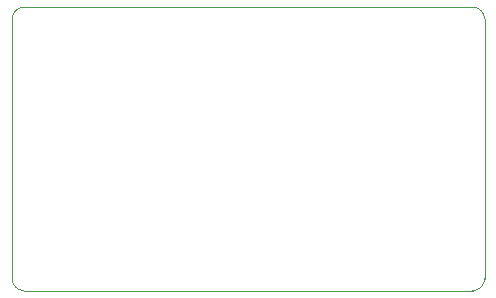
<source format=gm1>
%TF.GenerationSoftware,KiCad,Pcbnew,5.1.6-c6e7f7d~86~ubuntu18.04.1*%
%TF.CreationDate,2020-07-28T03:10:59+01:00*%
%TF.ProjectId,pmod_picoblade,706d6f64-5f70-4696-936f-626c6164652e,rev?*%
%TF.SameCoordinates,Original*%
%TF.FileFunction,Profile,NP*%
%FSLAX46Y46*%
G04 Gerber Fmt 4.6, Leading zero omitted, Abs format (unit mm)*
G04 Created by KiCad (PCBNEW 5.1.6-c6e7f7d~86~ubuntu18.04.1) date 2020-07-28 03:10:59*
%MOMM*%
%LPD*%
G01*
G04 APERTURE LIST*
%TA.AperFunction,Profile*%
%ADD10C,0.050000*%
%TD*%
G04 APERTURE END LIST*
D10*
X139000000Y-81000000D02*
G75*
G02*
X138000000Y-82000000I-1000000J0D01*
G01*
X138000000Y-58000000D02*
G75*
G02*
X139000000Y-59000000I0J-1000000D01*
G01*
X100000000Y-82000000D02*
G75*
G02*
X99000000Y-81000000I0J1000000D01*
G01*
X99000000Y-59000000D02*
G75*
G02*
X100000000Y-58000000I1000000J0D01*
G01*
X138000000Y-82000000D02*
X100000000Y-82000000D01*
X139000000Y-59000000D02*
X139000000Y-81000000D01*
X100000000Y-58000000D02*
X138000000Y-58000000D01*
X99000000Y-81000000D02*
X99000000Y-59000000D01*
M02*

</source>
